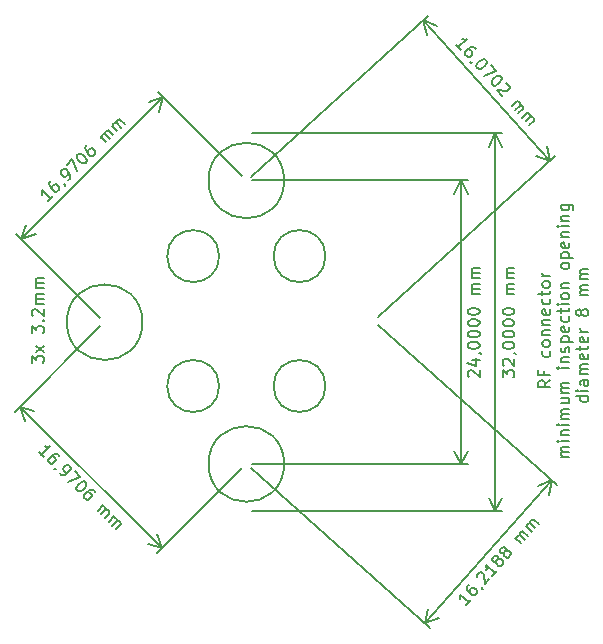
<source format=gbr>
G04 #@! TF.GenerationSoftware,KiCad,Pcbnew,5.99.0-unknown-b32c2a6c9~106~ubuntu18.04.1*
G04 #@! TF.CreationDate,2020-11-24T15:56:37+01:00*
G04 #@! TF.ProjectId,QFHBAL01,51464842-414c-4303-912e-6b696361645f,rev?*
G04 #@! TF.SameCoordinates,Original*
G04 #@! TF.FileFunction,Other,Comment*
%FSLAX46Y46*%
G04 Gerber Fmt 4.6, Leading zero omitted, Abs format (unit mm)*
G04 Created by KiCad (PCBNEW 5.99.0-unknown-b32c2a6c9~106~ubuntu18.04.1) date 2020-11-24 15:56:37*
%MOMM*%
%LPD*%
G01*
G04 APERTURE LIST*
%ADD10C,0.150000*%
G04 APERTURE END LIST*
D10*
X175727980Y-94919276D02*
X175251790Y-95252609D01*
X175727980Y-95490704D02*
X174727980Y-95490704D01*
X174727980Y-95109752D01*
X174775600Y-95014514D01*
X174823219Y-94966895D01*
X174918457Y-94919276D01*
X175061314Y-94919276D01*
X175156552Y-94966895D01*
X175204171Y-95014514D01*
X175251790Y-95109752D01*
X175251790Y-95490704D01*
X175204171Y-94157371D02*
X175204171Y-94490704D01*
X175727980Y-94490704D02*
X174727980Y-94490704D01*
X174727980Y-94014514D01*
X175680361Y-92443085D02*
X175727980Y-92538323D01*
X175727980Y-92728800D01*
X175680361Y-92824038D01*
X175632742Y-92871657D01*
X175537504Y-92919276D01*
X175251790Y-92919276D01*
X175156552Y-92871657D01*
X175108933Y-92824038D01*
X175061314Y-92728800D01*
X175061314Y-92538323D01*
X175108933Y-92443085D01*
X175727980Y-91871657D02*
X175680361Y-91966895D01*
X175632742Y-92014514D01*
X175537504Y-92062133D01*
X175251790Y-92062133D01*
X175156552Y-92014514D01*
X175108933Y-91966895D01*
X175061314Y-91871657D01*
X175061314Y-91728800D01*
X175108933Y-91633561D01*
X175156552Y-91585942D01*
X175251790Y-91538323D01*
X175537504Y-91538323D01*
X175632742Y-91585942D01*
X175680361Y-91633561D01*
X175727980Y-91728800D01*
X175727980Y-91871657D01*
X175061314Y-91109752D02*
X175727980Y-91109752D01*
X175156552Y-91109752D02*
X175108933Y-91062133D01*
X175061314Y-90966895D01*
X175061314Y-90824038D01*
X175108933Y-90728800D01*
X175204171Y-90681180D01*
X175727980Y-90681180D01*
X175061314Y-90204990D02*
X175727980Y-90204990D01*
X175156552Y-90204990D02*
X175108933Y-90157371D01*
X175061314Y-90062133D01*
X175061314Y-89919276D01*
X175108933Y-89824038D01*
X175204171Y-89776419D01*
X175727980Y-89776419D01*
X175680361Y-88919276D02*
X175727980Y-89014514D01*
X175727980Y-89204990D01*
X175680361Y-89300228D01*
X175585123Y-89347847D01*
X175204171Y-89347847D01*
X175108933Y-89300228D01*
X175061314Y-89204990D01*
X175061314Y-89014514D01*
X175108933Y-88919276D01*
X175204171Y-88871657D01*
X175299409Y-88871657D01*
X175394647Y-89347847D01*
X175680361Y-88014514D02*
X175727980Y-88109752D01*
X175727980Y-88300228D01*
X175680361Y-88395466D01*
X175632742Y-88443085D01*
X175537504Y-88490704D01*
X175251790Y-88490704D01*
X175156552Y-88443085D01*
X175108933Y-88395466D01*
X175061314Y-88300228D01*
X175061314Y-88109752D01*
X175108933Y-88014514D01*
X175061314Y-87728800D02*
X175061314Y-87347847D01*
X174727980Y-87585942D02*
X175585123Y-87585942D01*
X175680361Y-87538323D01*
X175727980Y-87443085D01*
X175727980Y-87347847D01*
X175727980Y-86871657D02*
X175680361Y-86966895D01*
X175632742Y-87014514D01*
X175537504Y-87062133D01*
X175251790Y-87062133D01*
X175156552Y-87014514D01*
X175108933Y-86966895D01*
X175061314Y-86871657D01*
X175061314Y-86728800D01*
X175108933Y-86633561D01*
X175156552Y-86585942D01*
X175251790Y-86538323D01*
X175537504Y-86538323D01*
X175632742Y-86585942D01*
X175680361Y-86633561D01*
X175727980Y-86728800D01*
X175727980Y-86871657D01*
X175727980Y-86109752D02*
X175061314Y-86109752D01*
X175251790Y-86109752D02*
X175156552Y-86062133D01*
X175108933Y-86014514D01*
X175061314Y-85919276D01*
X175061314Y-85824038D01*
X177337980Y-101395466D02*
X176671314Y-101395466D01*
X176766552Y-101395466D02*
X176718933Y-101347847D01*
X176671314Y-101252609D01*
X176671314Y-101109752D01*
X176718933Y-101014514D01*
X176814171Y-100966895D01*
X177337980Y-100966895D01*
X176814171Y-100966895D02*
X176718933Y-100919276D01*
X176671314Y-100824038D01*
X176671314Y-100681180D01*
X176718933Y-100585942D01*
X176814171Y-100538323D01*
X177337980Y-100538323D01*
X177337980Y-100062133D02*
X176671314Y-100062133D01*
X176337980Y-100062133D02*
X176385600Y-100109752D01*
X176433219Y-100062133D01*
X176385600Y-100014514D01*
X176337980Y-100062133D01*
X176433219Y-100062133D01*
X176671314Y-99585942D02*
X177337980Y-99585942D01*
X176766552Y-99585942D02*
X176718933Y-99538323D01*
X176671314Y-99443085D01*
X176671314Y-99300228D01*
X176718933Y-99204990D01*
X176814171Y-99157371D01*
X177337980Y-99157371D01*
X177337980Y-98681180D02*
X176671314Y-98681180D01*
X176337980Y-98681180D02*
X176385600Y-98728800D01*
X176433219Y-98681180D01*
X176385600Y-98633561D01*
X176337980Y-98681180D01*
X176433219Y-98681180D01*
X177337980Y-98204990D02*
X176671314Y-98204990D01*
X176766552Y-98204990D02*
X176718933Y-98157371D01*
X176671314Y-98062133D01*
X176671314Y-97919276D01*
X176718933Y-97824038D01*
X176814171Y-97776419D01*
X177337980Y-97776419D01*
X176814171Y-97776419D02*
X176718933Y-97728800D01*
X176671314Y-97633561D01*
X176671314Y-97490704D01*
X176718933Y-97395466D01*
X176814171Y-97347847D01*
X177337980Y-97347847D01*
X176671314Y-96443085D02*
X177337980Y-96443085D01*
X176671314Y-96871657D02*
X177195123Y-96871657D01*
X177290361Y-96824038D01*
X177337980Y-96728800D01*
X177337980Y-96585942D01*
X177290361Y-96490704D01*
X177242742Y-96443085D01*
X177337980Y-95966895D02*
X176671314Y-95966895D01*
X176766552Y-95966895D02*
X176718933Y-95919276D01*
X176671314Y-95824038D01*
X176671314Y-95681180D01*
X176718933Y-95585942D01*
X176814171Y-95538323D01*
X177337980Y-95538323D01*
X176814171Y-95538323D02*
X176718933Y-95490704D01*
X176671314Y-95395466D01*
X176671314Y-95252609D01*
X176718933Y-95157371D01*
X176814171Y-95109752D01*
X177337980Y-95109752D01*
X177337980Y-93871657D02*
X176671314Y-93871657D01*
X176337980Y-93871657D02*
X176385600Y-93919276D01*
X176433219Y-93871657D01*
X176385600Y-93824038D01*
X176337980Y-93871657D01*
X176433219Y-93871657D01*
X176671314Y-93395466D02*
X177337980Y-93395466D01*
X176766552Y-93395466D02*
X176718933Y-93347847D01*
X176671314Y-93252609D01*
X176671314Y-93109752D01*
X176718933Y-93014514D01*
X176814171Y-92966895D01*
X177337980Y-92966895D01*
X177290361Y-92538323D02*
X177337980Y-92443085D01*
X177337980Y-92252609D01*
X177290361Y-92157371D01*
X177195123Y-92109752D01*
X177147504Y-92109752D01*
X177052266Y-92157371D01*
X177004647Y-92252609D01*
X177004647Y-92395466D01*
X176957028Y-92490704D01*
X176861790Y-92538323D01*
X176814171Y-92538323D01*
X176718933Y-92490704D01*
X176671314Y-92395466D01*
X176671314Y-92252609D01*
X176718933Y-92157371D01*
X176671314Y-91681180D02*
X177671314Y-91681180D01*
X176718933Y-91681180D02*
X176671314Y-91585942D01*
X176671314Y-91395466D01*
X176718933Y-91300228D01*
X176766552Y-91252609D01*
X176861790Y-91204990D01*
X177147504Y-91204990D01*
X177242742Y-91252609D01*
X177290361Y-91300228D01*
X177337980Y-91395466D01*
X177337980Y-91585942D01*
X177290361Y-91681180D01*
X177290361Y-90395466D02*
X177337980Y-90490704D01*
X177337980Y-90681180D01*
X177290361Y-90776419D01*
X177195123Y-90824038D01*
X176814171Y-90824038D01*
X176718933Y-90776419D01*
X176671314Y-90681180D01*
X176671314Y-90490704D01*
X176718933Y-90395466D01*
X176814171Y-90347847D01*
X176909409Y-90347847D01*
X177004647Y-90824038D01*
X177290361Y-89490704D02*
X177337980Y-89585942D01*
X177337980Y-89776419D01*
X177290361Y-89871657D01*
X177242742Y-89919276D01*
X177147504Y-89966895D01*
X176861790Y-89966895D01*
X176766552Y-89919276D01*
X176718933Y-89871657D01*
X176671314Y-89776419D01*
X176671314Y-89585942D01*
X176718933Y-89490704D01*
X176671314Y-89204990D02*
X176671314Y-88824038D01*
X176337980Y-89062133D02*
X177195123Y-89062133D01*
X177290361Y-89014514D01*
X177337980Y-88919276D01*
X177337980Y-88824038D01*
X177337980Y-88490704D02*
X176671314Y-88490704D01*
X176337980Y-88490704D02*
X176385600Y-88538323D01*
X176433219Y-88490704D01*
X176385600Y-88443085D01*
X176337980Y-88490704D01*
X176433219Y-88490704D01*
X177337980Y-87871657D02*
X177290361Y-87966895D01*
X177242742Y-88014514D01*
X177147504Y-88062133D01*
X176861790Y-88062133D01*
X176766552Y-88014514D01*
X176718933Y-87966895D01*
X176671314Y-87871657D01*
X176671314Y-87728800D01*
X176718933Y-87633561D01*
X176766552Y-87585942D01*
X176861790Y-87538323D01*
X177147504Y-87538323D01*
X177242742Y-87585942D01*
X177290361Y-87633561D01*
X177337980Y-87728800D01*
X177337980Y-87871657D01*
X176671314Y-87109752D02*
X177337980Y-87109752D01*
X176766552Y-87109752D02*
X176718933Y-87062133D01*
X176671314Y-86966895D01*
X176671314Y-86824038D01*
X176718933Y-86728800D01*
X176814171Y-86681180D01*
X177337980Y-86681180D01*
X177337980Y-85300228D02*
X177290361Y-85395466D01*
X177242742Y-85443085D01*
X177147504Y-85490704D01*
X176861790Y-85490704D01*
X176766552Y-85443085D01*
X176718933Y-85395466D01*
X176671314Y-85300228D01*
X176671314Y-85157371D01*
X176718933Y-85062133D01*
X176766552Y-85014514D01*
X176861790Y-84966895D01*
X177147504Y-84966895D01*
X177242742Y-85014514D01*
X177290361Y-85062133D01*
X177337980Y-85157371D01*
X177337980Y-85300228D01*
X176671314Y-84538323D02*
X177671314Y-84538323D01*
X176718933Y-84538323D02*
X176671314Y-84443085D01*
X176671314Y-84252609D01*
X176718933Y-84157371D01*
X176766552Y-84109752D01*
X176861790Y-84062133D01*
X177147504Y-84062133D01*
X177242742Y-84109752D01*
X177290361Y-84157371D01*
X177337980Y-84252609D01*
X177337980Y-84443085D01*
X177290361Y-84538323D01*
X177290361Y-83252609D02*
X177337980Y-83347847D01*
X177337980Y-83538323D01*
X177290361Y-83633561D01*
X177195123Y-83681180D01*
X176814171Y-83681180D01*
X176718933Y-83633561D01*
X176671314Y-83538323D01*
X176671314Y-83347847D01*
X176718933Y-83252609D01*
X176814171Y-83204990D01*
X176909409Y-83204990D01*
X177004647Y-83681180D01*
X176671314Y-82776419D02*
X177337980Y-82776419D01*
X176766552Y-82776419D02*
X176718933Y-82728800D01*
X176671314Y-82633561D01*
X176671314Y-82490704D01*
X176718933Y-82395466D01*
X176814171Y-82347847D01*
X177337980Y-82347847D01*
X177337980Y-81871657D02*
X176671314Y-81871657D01*
X176337980Y-81871657D02*
X176385600Y-81919276D01*
X176433219Y-81871657D01*
X176385600Y-81824038D01*
X176337980Y-81871657D01*
X176433219Y-81871657D01*
X176671314Y-81395466D02*
X177337980Y-81395466D01*
X176766552Y-81395466D02*
X176718933Y-81347847D01*
X176671314Y-81252609D01*
X176671314Y-81109752D01*
X176718933Y-81014514D01*
X176814171Y-80966895D01*
X177337980Y-80966895D01*
X176671314Y-80062133D02*
X177480838Y-80062133D01*
X177576076Y-80109752D01*
X177623695Y-80157371D01*
X177671314Y-80252609D01*
X177671314Y-80395466D01*
X177623695Y-80490704D01*
X177290361Y-80062133D02*
X177337980Y-80157371D01*
X177337980Y-80347847D01*
X177290361Y-80443085D01*
X177242742Y-80490704D01*
X177147504Y-80538323D01*
X176861790Y-80538323D01*
X176766552Y-80490704D01*
X176718933Y-80443085D01*
X176671314Y-80347847D01*
X176671314Y-80157371D01*
X176718933Y-80062133D01*
X178947980Y-96276419D02*
X177947980Y-96276419D01*
X178900361Y-96276419D02*
X178947980Y-96371657D01*
X178947980Y-96562133D01*
X178900361Y-96657371D01*
X178852742Y-96704990D01*
X178757504Y-96752609D01*
X178471790Y-96752609D01*
X178376552Y-96704990D01*
X178328933Y-96657371D01*
X178281314Y-96562133D01*
X178281314Y-96371657D01*
X178328933Y-96276419D01*
X178947980Y-95800228D02*
X178281314Y-95800228D01*
X177947980Y-95800228D02*
X177995600Y-95847847D01*
X178043219Y-95800228D01*
X177995600Y-95752609D01*
X177947980Y-95800228D01*
X178043219Y-95800228D01*
X178947980Y-94895466D02*
X178424171Y-94895466D01*
X178328933Y-94943085D01*
X178281314Y-95038323D01*
X178281314Y-95228800D01*
X178328933Y-95324038D01*
X178900361Y-94895466D02*
X178947980Y-94990704D01*
X178947980Y-95228800D01*
X178900361Y-95324038D01*
X178805123Y-95371657D01*
X178709885Y-95371657D01*
X178614647Y-95324038D01*
X178567028Y-95228800D01*
X178567028Y-94990704D01*
X178519409Y-94895466D01*
X178947980Y-94419276D02*
X178281314Y-94419276D01*
X178376552Y-94419276D02*
X178328933Y-94371657D01*
X178281314Y-94276419D01*
X178281314Y-94133561D01*
X178328933Y-94038323D01*
X178424171Y-93990704D01*
X178947980Y-93990704D01*
X178424171Y-93990704D02*
X178328933Y-93943085D01*
X178281314Y-93847847D01*
X178281314Y-93704990D01*
X178328933Y-93609752D01*
X178424171Y-93562133D01*
X178947980Y-93562133D01*
X178900361Y-92704990D02*
X178947980Y-92800228D01*
X178947980Y-92990704D01*
X178900361Y-93085942D01*
X178805123Y-93133561D01*
X178424171Y-93133561D01*
X178328933Y-93085942D01*
X178281314Y-92990704D01*
X178281314Y-92800228D01*
X178328933Y-92704990D01*
X178424171Y-92657371D01*
X178519409Y-92657371D01*
X178614647Y-93133561D01*
X178281314Y-92371657D02*
X178281314Y-91990704D01*
X177947980Y-92228800D02*
X178805123Y-92228800D01*
X178900361Y-92181180D01*
X178947980Y-92085942D01*
X178947980Y-91990704D01*
X178900361Y-91276419D02*
X178947980Y-91371657D01*
X178947980Y-91562133D01*
X178900361Y-91657371D01*
X178805123Y-91704990D01*
X178424171Y-91704990D01*
X178328933Y-91657371D01*
X178281314Y-91562133D01*
X178281314Y-91371657D01*
X178328933Y-91276419D01*
X178424171Y-91228800D01*
X178519409Y-91228800D01*
X178614647Y-91704990D01*
X178947980Y-90800228D02*
X178281314Y-90800228D01*
X178471790Y-90800228D02*
X178376552Y-90752609D01*
X178328933Y-90704990D01*
X178281314Y-90609752D01*
X178281314Y-90514514D01*
X178376552Y-89276419D02*
X178328933Y-89371657D01*
X178281314Y-89419276D01*
X178186076Y-89466895D01*
X178138457Y-89466895D01*
X178043219Y-89419276D01*
X177995600Y-89371657D01*
X177947980Y-89276419D01*
X177947980Y-89085942D01*
X177995600Y-88990704D01*
X178043219Y-88943085D01*
X178138457Y-88895466D01*
X178186076Y-88895466D01*
X178281314Y-88943085D01*
X178328933Y-88990704D01*
X178376552Y-89085942D01*
X178376552Y-89276419D01*
X178424171Y-89371657D01*
X178471790Y-89419276D01*
X178567028Y-89466895D01*
X178757504Y-89466895D01*
X178852742Y-89419276D01*
X178900361Y-89371657D01*
X178947980Y-89276419D01*
X178947980Y-89085942D01*
X178900361Y-88990704D01*
X178852742Y-88943085D01*
X178757504Y-88895466D01*
X178567028Y-88895466D01*
X178471790Y-88943085D01*
X178424171Y-88990704D01*
X178376552Y-89085942D01*
X178947980Y-87704990D02*
X178281314Y-87704990D01*
X178376552Y-87704990D02*
X178328933Y-87657371D01*
X178281314Y-87562133D01*
X178281314Y-87419276D01*
X178328933Y-87324038D01*
X178424171Y-87276419D01*
X178947980Y-87276419D01*
X178424171Y-87276419D02*
X178328933Y-87228800D01*
X178281314Y-87133561D01*
X178281314Y-86990704D01*
X178328933Y-86895466D01*
X178424171Y-86847847D01*
X178947980Y-86847847D01*
X178947980Y-86371657D02*
X178281314Y-86371657D01*
X178376552Y-86371657D02*
X178328933Y-86324038D01*
X178281314Y-86228800D01*
X178281314Y-86085942D01*
X178328933Y-85990704D01*
X178424171Y-85943085D01*
X178947980Y-85943085D01*
X178424171Y-85943085D02*
X178328933Y-85895466D01*
X178281314Y-85800228D01*
X178281314Y-85657371D01*
X178328933Y-85562133D01*
X178424171Y-85514514D01*
X178947980Y-85514514D01*
X168135991Y-66925244D02*
X167751961Y-66502099D01*
X167943976Y-66713671D02*
X168684479Y-66041618D01*
X168514688Y-66067102D01*
X168380159Y-66060583D01*
X168280891Y-66022061D01*
X169452540Y-66887907D02*
X169324529Y-66746859D01*
X169225262Y-66708338D01*
X169157998Y-66705078D01*
X168988207Y-66730562D01*
X168815156Y-66823310D01*
X168533060Y-67079330D01*
X168494538Y-67178597D01*
X168491278Y-67245862D01*
X168520021Y-67348388D01*
X168648032Y-67489436D01*
X168747299Y-67527958D01*
X168814563Y-67531217D01*
X168917090Y-67502474D01*
X169093400Y-67342462D01*
X169131922Y-67243195D01*
X169135181Y-67175930D01*
X169106438Y-67073404D01*
X168978428Y-66932355D01*
X168879161Y-66893834D01*
X168811896Y-66890574D01*
X168709370Y-66919317D01*
X169131329Y-67951102D02*
X169096067Y-67983105D01*
X168993540Y-68011848D01*
X168926276Y-68008589D01*
X170252603Y-67769459D02*
X170316608Y-67839983D01*
X170345351Y-67942509D01*
X170342091Y-68009774D01*
X170303570Y-68109041D01*
X170194524Y-68272313D01*
X170018214Y-68432326D01*
X169845163Y-68525074D01*
X169742637Y-68553817D01*
X169675372Y-68550557D01*
X169576105Y-68512036D01*
X169512100Y-68441512D01*
X169483357Y-68338985D01*
X169486616Y-68271720D01*
X169525138Y-68172453D01*
X169634184Y-68009181D01*
X169810494Y-67849169D01*
X169983545Y-67756420D01*
X170086071Y-67727677D01*
X170153336Y-67730937D01*
X170252603Y-67769459D01*
X170700638Y-68263127D02*
X171148674Y-68756796D01*
X170120148Y-69111490D01*
X171532704Y-69179940D02*
X171596709Y-69250464D01*
X171625452Y-69352991D01*
X171622193Y-69420256D01*
X171583671Y-69519523D01*
X171474625Y-69682795D01*
X171298315Y-69842808D01*
X171125264Y-69935556D01*
X171022738Y-69964299D01*
X170955473Y-69961039D01*
X170856206Y-69922518D01*
X170792201Y-69851993D01*
X170763458Y-69749467D01*
X170766718Y-69682202D01*
X170805239Y-69582935D01*
X170914285Y-69419663D01*
X171090595Y-69259650D01*
X171263646Y-69166902D01*
X171366172Y-69138159D01*
X171433437Y-69141419D01*
X171532704Y-69179940D01*
X171942218Y-69772876D02*
X172009482Y-69776136D01*
X172108749Y-69814657D01*
X172268762Y-69990967D01*
X172297505Y-70093494D01*
X172294246Y-70160759D01*
X172255724Y-70260026D01*
X172185200Y-70324031D01*
X172047411Y-70384776D01*
X171240236Y-70345662D01*
X171656269Y-70804069D01*
X172456333Y-71685620D02*
X172950001Y-71237584D01*
X172879477Y-71301589D02*
X172946742Y-71304849D01*
X173046009Y-71343371D01*
X173142016Y-71449157D01*
X173170759Y-71551683D01*
X173132238Y-71650950D01*
X172744355Y-72002978D01*
X173132238Y-71650950D02*
X173234764Y-71622207D01*
X173334031Y-71660729D01*
X173430039Y-71766515D01*
X173458782Y-71869042D01*
X173420261Y-71968309D01*
X173032378Y-72320337D01*
X173352403Y-72672957D02*
X173846072Y-72224922D01*
X173775548Y-72288927D02*
X173842812Y-72292186D01*
X173942080Y-72330708D01*
X174038087Y-72436494D01*
X174066830Y-72539021D01*
X174028309Y-72638288D01*
X173640426Y-72990315D01*
X174028309Y-72638288D02*
X174130835Y-72609545D01*
X174230102Y-72648066D01*
X174326110Y-72753852D01*
X174354853Y-72856379D01*
X174316331Y-72955646D01*
X173928449Y-73307674D01*
X161170251Y-89563974D02*
X176173863Y-75947251D01*
X150370251Y-77663974D02*
X165373863Y-64047251D01*
X175739618Y-76341355D02*
X164939618Y-64441355D01*
X175739618Y-76341355D02*
X164939618Y-64441355D01*
X175739618Y-76341355D02*
X175416794Y-75113070D01*
X175739618Y-76341355D02*
X174548302Y-75901282D01*
X164939618Y-64441355D02*
X165262442Y-65669640D01*
X164939618Y-64441355D02*
X166130934Y-64881428D01*
X169000462Y-113514676D02*
X168619951Y-113940989D01*
X168810207Y-113727832D02*
X168064160Y-113061939D01*
X168107319Y-113228119D01*
X168114953Y-113362589D01*
X168087061Y-113465351D01*
X168825180Y-112209314D02*
X168698344Y-112351418D01*
X168670451Y-112454180D01*
X168674268Y-112521415D01*
X168717428Y-112687594D01*
X168827823Y-112849957D01*
X169112031Y-113103631D01*
X169214793Y-113131523D01*
X169282028Y-113127706D01*
X169380972Y-113088364D01*
X169507809Y-112946259D01*
X169535701Y-112843498D01*
X169531885Y-112776263D01*
X169492542Y-112677318D01*
X169314911Y-112518772D01*
X169212150Y-112490880D01*
X169144915Y-112494697D01*
X169045970Y-112534040D01*
X168919134Y-112676144D01*
X168891241Y-112778905D01*
X168895058Y-112846140D01*
X168934401Y-112945085D01*
X169916212Y-112417185D02*
X169951738Y-112448895D01*
X169991081Y-112547839D01*
X169994898Y-112615074D01*
X169530417Y-111562211D02*
X169526600Y-111494976D01*
X169554492Y-111392215D01*
X169713038Y-111214585D01*
X169811983Y-111175242D01*
X169879218Y-111171425D01*
X169981979Y-111199317D01*
X170053031Y-111262736D01*
X170127900Y-111393389D01*
X170173702Y-112200212D01*
X170585922Y-111738374D01*
X171220106Y-111027853D02*
X170839596Y-111454165D01*
X171029851Y-111241009D02*
X170283804Y-110575116D01*
X170326963Y-110741295D01*
X170334597Y-110875766D01*
X170306705Y-110978527D01*
X171174304Y-110221030D02*
X171075359Y-110260373D01*
X171008124Y-110264189D01*
X170905363Y-110236297D01*
X170869837Y-110204588D01*
X170830494Y-110105643D01*
X170826677Y-110038408D01*
X170854569Y-109935647D01*
X170981406Y-109793543D01*
X171080351Y-109754200D01*
X171147586Y-109750383D01*
X171250347Y-109778275D01*
X171285873Y-109809984D01*
X171325216Y-109908929D01*
X171329033Y-109976164D01*
X171301141Y-110078925D01*
X171174304Y-110221030D01*
X171146411Y-110323791D01*
X171150228Y-110391026D01*
X171189571Y-110489971D01*
X171331675Y-110616807D01*
X171434437Y-110644700D01*
X171501672Y-110640883D01*
X171600616Y-110601540D01*
X171727453Y-110459436D01*
X171755346Y-110356675D01*
X171751529Y-110289439D01*
X171712186Y-110190495D01*
X171570082Y-110063658D01*
X171467320Y-110035766D01*
X171400085Y-110039583D01*
X171301141Y-110078925D01*
X171808488Y-109510509D02*
X171709543Y-109549852D01*
X171642308Y-109553668D01*
X171539547Y-109525776D01*
X171504021Y-109494067D01*
X171464678Y-109395122D01*
X171460861Y-109327887D01*
X171488753Y-109225126D01*
X171615590Y-109083022D01*
X171714535Y-109043679D01*
X171781770Y-109039862D01*
X171884531Y-109067754D01*
X171920057Y-109099463D01*
X171959400Y-109198408D01*
X171963217Y-109265643D01*
X171935325Y-109368404D01*
X171808488Y-109510509D01*
X171780595Y-109613270D01*
X171784412Y-109680505D01*
X171823755Y-109779450D01*
X171965859Y-109906286D01*
X172068621Y-109934179D01*
X172135856Y-109930362D01*
X172234800Y-109891019D01*
X172361637Y-109748915D01*
X172389530Y-109646154D01*
X172385713Y-109578918D01*
X172346370Y-109479974D01*
X172204266Y-109353137D01*
X172101504Y-109325245D01*
X172034269Y-109329062D01*
X171935325Y-109368404D01*
X173281204Y-108718659D02*
X172783839Y-108274731D01*
X172854891Y-108338149D02*
X172851075Y-108270914D01*
X172878967Y-108168152D01*
X172974095Y-108061574D01*
X173073039Y-108022231D01*
X173175800Y-108050124D01*
X173566587Y-108398925D01*
X173175800Y-108050124D02*
X173136457Y-107951179D01*
X173164350Y-107848418D01*
X173259477Y-107741840D01*
X173358422Y-107702497D01*
X173461183Y-107730389D01*
X173851970Y-108079191D01*
X174169062Y-107723930D02*
X173671697Y-107280001D01*
X173742749Y-107343420D02*
X173738932Y-107276184D01*
X173766825Y-107173423D01*
X173861952Y-107066845D01*
X173960897Y-107027502D01*
X174063658Y-107055394D01*
X174454445Y-107404196D01*
X174063658Y-107055394D02*
X174024315Y-106956450D01*
X174052207Y-106853689D01*
X174147335Y-106747110D01*
X174246279Y-106707768D01*
X174349041Y-106735660D01*
X174739827Y-107084461D01*
X150373023Y-102332946D02*
X165537790Y-115868440D01*
X161173023Y-90232946D02*
X176337790Y-103768440D01*
X165100293Y-115477948D02*
X175900293Y-103377948D01*
X165100293Y-115477948D02*
X175900293Y-103377948D01*
X165100293Y-115477948D02*
X166287921Y-115028017D01*
X165100293Y-115477948D02*
X165412926Y-114247030D01*
X175900293Y-103377948D02*
X174712665Y-103827879D01*
X175900293Y-103377948D02*
X175587660Y-104608866D01*
X131837180Y-93457257D02*
X131837180Y-92838209D01*
X132218133Y-93171542D01*
X132218133Y-93028685D01*
X132265752Y-92933447D01*
X132313371Y-92885828D01*
X132408609Y-92838209D01*
X132646704Y-92838209D01*
X132741942Y-92885828D01*
X132789561Y-92933447D01*
X132837180Y-93028685D01*
X132837180Y-93314400D01*
X132789561Y-93409638D01*
X132741942Y-93457257D01*
X132837180Y-92504876D02*
X132170514Y-91981066D01*
X132170514Y-92504876D02*
X132837180Y-91981066D01*
X131837180Y-90933447D02*
X131837180Y-90314400D01*
X132218133Y-90647733D01*
X132218133Y-90504876D01*
X132265752Y-90409638D01*
X132313371Y-90362019D01*
X132408609Y-90314400D01*
X132646704Y-90314400D01*
X132741942Y-90362019D01*
X132789561Y-90409638D01*
X132837180Y-90504876D01*
X132837180Y-90790590D01*
X132789561Y-90885828D01*
X132741942Y-90933447D01*
X132741942Y-89885828D02*
X132789561Y-89838209D01*
X132837180Y-89885828D01*
X132789561Y-89933447D01*
X132741942Y-89885828D01*
X132837180Y-89885828D01*
X131932419Y-89457257D02*
X131884800Y-89409638D01*
X131837180Y-89314400D01*
X131837180Y-89076304D01*
X131884800Y-88981066D01*
X131932419Y-88933447D01*
X132027657Y-88885828D01*
X132122895Y-88885828D01*
X132265752Y-88933447D01*
X132837180Y-89504876D01*
X132837180Y-88885828D01*
X132837180Y-88457257D02*
X132170514Y-88457257D01*
X132265752Y-88457257D02*
X132218133Y-88409638D01*
X132170514Y-88314400D01*
X132170514Y-88171542D01*
X132218133Y-88076304D01*
X132313371Y-88028685D01*
X132837180Y-88028685D01*
X132313371Y-88028685D02*
X132218133Y-87981066D01*
X132170514Y-87885828D01*
X132170514Y-87742971D01*
X132218133Y-87647733D01*
X132313371Y-87600114D01*
X132837180Y-87600114D01*
X132837180Y-87123923D02*
X132170514Y-87123923D01*
X132265752Y-87123923D02*
X132218133Y-87076304D01*
X132170514Y-86981066D01*
X132170514Y-86838209D01*
X132218133Y-86742971D01*
X132313371Y-86695352D01*
X132837180Y-86695352D01*
X132313371Y-86695352D02*
X132218133Y-86647733D01*
X132170514Y-86552495D01*
X132170514Y-86409638D01*
X132218133Y-86314400D01*
X132313371Y-86266780D01*
X132837180Y-86266780D01*
X168845619Y-94619047D02*
X168798000Y-94571428D01*
X168750380Y-94476190D01*
X168750380Y-94238095D01*
X168798000Y-94142857D01*
X168845619Y-94095238D01*
X168940857Y-94047619D01*
X169036095Y-94047619D01*
X169178952Y-94095238D01*
X169750380Y-94666666D01*
X169750380Y-94047619D01*
X169083714Y-93190476D02*
X169750380Y-93190476D01*
X168702761Y-93428571D02*
X169417047Y-93666666D01*
X169417047Y-93047619D01*
X169702761Y-92619047D02*
X169750380Y-92619047D01*
X169845619Y-92666666D01*
X169893238Y-92714285D01*
X168750380Y-92000000D02*
X168750380Y-91904761D01*
X168798000Y-91809523D01*
X168845619Y-91761904D01*
X168940857Y-91714285D01*
X169131333Y-91666666D01*
X169369428Y-91666666D01*
X169559904Y-91714285D01*
X169655142Y-91761904D01*
X169702761Y-91809523D01*
X169750380Y-91904761D01*
X169750380Y-92000000D01*
X169702761Y-92095238D01*
X169655142Y-92142857D01*
X169559904Y-92190476D01*
X169369428Y-92238095D01*
X169131333Y-92238095D01*
X168940857Y-92190476D01*
X168845619Y-92142857D01*
X168798000Y-92095238D01*
X168750380Y-92000000D01*
X168750380Y-91047619D02*
X168750380Y-90952380D01*
X168798000Y-90857142D01*
X168845619Y-90809523D01*
X168940857Y-90761904D01*
X169131333Y-90714285D01*
X169369428Y-90714285D01*
X169559904Y-90761904D01*
X169655142Y-90809523D01*
X169702761Y-90857142D01*
X169750380Y-90952380D01*
X169750380Y-91047619D01*
X169702761Y-91142857D01*
X169655142Y-91190476D01*
X169559904Y-91238095D01*
X169369428Y-91285714D01*
X169131333Y-91285714D01*
X168940857Y-91238095D01*
X168845619Y-91190476D01*
X168798000Y-91142857D01*
X168750380Y-91047619D01*
X168750380Y-90095238D02*
X168750380Y-90000000D01*
X168798000Y-89904761D01*
X168845619Y-89857142D01*
X168940857Y-89809523D01*
X169131333Y-89761904D01*
X169369428Y-89761904D01*
X169559904Y-89809523D01*
X169655142Y-89857142D01*
X169702761Y-89904761D01*
X169750380Y-90000000D01*
X169750380Y-90095238D01*
X169702761Y-90190476D01*
X169655142Y-90238095D01*
X169559904Y-90285714D01*
X169369428Y-90333333D01*
X169131333Y-90333333D01*
X168940857Y-90285714D01*
X168845619Y-90238095D01*
X168798000Y-90190476D01*
X168750380Y-90095238D01*
X168750380Y-89142857D02*
X168750380Y-89047619D01*
X168798000Y-88952380D01*
X168845619Y-88904761D01*
X168940857Y-88857142D01*
X169131333Y-88809523D01*
X169369428Y-88809523D01*
X169559904Y-88857142D01*
X169655142Y-88904761D01*
X169702761Y-88952380D01*
X169750380Y-89047619D01*
X169750380Y-89142857D01*
X169702761Y-89238095D01*
X169655142Y-89285714D01*
X169559904Y-89333333D01*
X169369428Y-89380952D01*
X169131333Y-89380952D01*
X168940857Y-89333333D01*
X168845619Y-89285714D01*
X168798000Y-89238095D01*
X168750380Y-89142857D01*
X169750380Y-87619047D02*
X169083714Y-87619047D01*
X169178952Y-87619047D02*
X169131333Y-87571428D01*
X169083714Y-87476190D01*
X169083714Y-87333333D01*
X169131333Y-87238095D01*
X169226571Y-87190476D01*
X169750380Y-87190476D01*
X169226571Y-87190476D02*
X169131333Y-87142857D01*
X169083714Y-87047619D01*
X169083714Y-86904761D01*
X169131333Y-86809523D01*
X169226571Y-86761904D01*
X169750380Y-86761904D01*
X169750380Y-86285714D02*
X169083714Y-86285714D01*
X169178952Y-86285714D02*
X169131333Y-86238095D01*
X169083714Y-86142857D01*
X169083714Y-86000000D01*
X169131333Y-85904761D01*
X169226571Y-85857142D01*
X169750380Y-85857142D01*
X169226571Y-85857142D02*
X169131333Y-85809523D01*
X169083714Y-85714285D01*
X169083714Y-85571428D01*
X169131333Y-85476190D01*
X169226571Y-85428571D01*
X169750380Y-85428571D01*
X150500000Y-102000000D02*
X168734420Y-102000000D01*
X150500000Y-78000000D02*
X168734420Y-78000000D01*
X168148000Y-102000000D02*
X168148000Y-78000000D01*
X168148000Y-102000000D02*
X168148000Y-78000000D01*
X168148000Y-102000000D02*
X168734420Y-100873497D01*
X168148000Y-102000000D02*
X167561580Y-100873497D01*
X168148000Y-78000000D02*
X167561580Y-79126503D01*
X168148000Y-78000000D02*
X168734420Y-79126503D01*
X171696780Y-94666666D02*
X171696780Y-94047619D01*
X172077733Y-94380952D01*
X172077733Y-94238095D01*
X172125352Y-94142857D01*
X172172971Y-94095238D01*
X172268209Y-94047619D01*
X172506304Y-94047619D01*
X172601542Y-94095238D01*
X172649161Y-94142857D01*
X172696780Y-94238095D01*
X172696780Y-94523809D01*
X172649161Y-94619047D01*
X172601542Y-94666666D01*
X171792019Y-93666666D02*
X171744400Y-93619047D01*
X171696780Y-93523809D01*
X171696780Y-93285714D01*
X171744400Y-93190476D01*
X171792019Y-93142857D01*
X171887257Y-93095238D01*
X171982495Y-93095238D01*
X172125352Y-93142857D01*
X172696780Y-93714285D01*
X172696780Y-93095238D01*
X172649161Y-92619047D02*
X172696780Y-92619047D01*
X172792019Y-92666666D01*
X172839638Y-92714285D01*
X171696780Y-92000000D02*
X171696780Y-91904761D01*
X171744400Y-91809523D01*
X171792019Y-91761904D01*
X171887257Y-91714285D01*
X172077733Y-91666666D01*
X172315828Y-91666666D01*
X172506304Y-91714285D01*
X172601542Y-91761904D01*
X172649161Y-91809523D01*
X172696780Y-91904761D01*
X172696780Y-92000000D01*
X172649161Y-92095238D01*
X172601542Y-92142857D01*
X172506304Y-92190476D01*
X172315828Y-92238095D01*
X172077733Y-92238095D01*
X171887257Y-92190476D01*
X171792019Y-92142857D01*
X171744400Y-92095238D01*
X171696780Y-92000000D01*
X171696780Y-91047619D02*
X171696780Y-90952380D01*
X171744400Y-90857142D01*
X171792019Y-90809523D01*
X171887257Y-90761904D01*
X172077733Y-90714285D01*
X172315828Y-90714285D01*
X172506304Y-90761904D01*
X172601542Y-90809523D01*
X172649161Y-90857142D01*
X172696780Y-90952380D01*
X172696780Y-91047619D01*
X172649161Y-91142857D01*
X172601542Y-91190476D01*
X172506304Y-91238095D01*
X172315828Y-91285714D01*
X172077733Y-91285714D01*
X171887257Y-91238095D01*
X171792019Y-91190476D01*
X171744400Y-91142857D01*
X171696780Y-91047619D01*
X171696780Y-90095238D02*
X171696780Y-90000000D01*
X171744400Y-89904761D01*
X171792019Y-89857142D01*
X171887257Y-89809523D01*
X172077733Y-89761904D01*
X172315828Y-89761904D01*
X172506304Y-89809523D01*
X172601542Y-89857142D01*
X172649161Y-89904761D01*
X172696780Y-90000000D01*
X172696780Y-90095238D01*
X172649161Y-90190476D01*
X172601542Y-90238095D01*
X172506304Y-90285714D01*
X172315828Y-90333333D01*
X172077733Y-90333333D01*
X171887257Y-90285714D01*
X171792019Y-90238095D01*
X171744400Y-90190476D01*
X171696780Y-90095238D01*
X171696780Y-89142857D02*
X171696780Y-89047619D01*
X171744400Y-88952380D01*
X171792019Y-88904761D01*
X171887257Y-88857142D01*
X172077733Y-88809523D01*
X172315828Y-88809523D01*
X172506304Y-88857142D01*
X172601542Y-88904761D01*
X172649161Y-88952380D01*
X172696780Y-89047619D01*
X172696780Y-89142857D01*
X172649161Y-89238095D01*
X172601542Y-89285714D01*
X172506304Y-89333333D01*
X172315828Y-89380952D01*
X172077733Y-89380952D01*
X171887257Y-89333333D01*
X171792019Y-89285714D01*
X171744400Y-89238095D01*
X171696780Y-89142857D01*
X172696780Y-87619047D02*
X172030114Y-87619047D01*
X172125352Y-87619047D02*
X172077733Y-87571428D01*
X172030114Y-87476190D01*
X172030114Y-87333333D01*
X172077733Y-87238095D01*
X172172971Y-87190476D01*
X172696780Y-87190476D01*
X172172971Y-87190476D02*
X172077733Y-87142857D01*
X172030114Y-87047619D01*
X172030114Y-86904761D01*
X172077733Y-86809523D01*
X172172971Y-86761904D01*
X172696780Y-86761904D01*
X172696780Y-86285714D02*
X172030114Y-86285714D01*
X172125352Y-86285714D02*
X172077733Y-86238095D01*
X172030114Y-86142857D01*
X172030114Y-86000000D01*
X172077733Y-85904761D01*
X172172971Y-85857142D01*
X172696780Y-85857142D01*
X172172971Y-85857142D02*
X172077733Y-85809523D01*
X172030114Y-85714285D01*
X172030114Y-85571428D01*
X172077733Y-85476190D01*
X172172971Y-85428571D01*
X172696780Y-85428571D01*
X150500000Y-106000000D02*
X171680820Y-106000000D01*
X150500000Y-74000000D02*
X171680820Y-74000000D01*
X171094400Y-106000000D02*
X171094400Y-74000000D01*
X171094400Y-106000000D02*
X171094400Y-74000000D01*
X171094400Y-106000000D02*
X171680820Y-104873497D01*
X171094400Y-106000000D02*
X170507980Y-104873497D01*
X171094400Y-74000000D02*
X170507980Y-75126503D01*
X171094400Y-74000000D02*
X171680820Y-75126503D01*
X133594611Y-79318809D02*
X133190550Y-79722870D01*
X133392581Y-79520840D02*
X132685474Y-78813733D01*
X132719146Y-78982092D01*
X132719146Y-79116779D01*
X132685474Y-79217794D01*
X133493596Y-78005611D02*
X133358909Y-78140298D01*
X133325237Y-78241313D01*
X133325237Y-78308656D01*
X133358909Y-78477015D01*
X133459924Y-78645374D01*
X133729298Y-78914748D01*
X133830314Y-78948420D01*
X133897657Y-78948420D01*
X133998672Y-78914748D01*
X134133359Y-78780061D01*
X134167031Y-78679046D01*
X134167031Y-78611702D01*
X134133359Y-78510687D01*
X133965001Y-78342328D01*
X133863985Y-78308656D01*
X133796642Y-78308656D01*
X133695627Y-78342328D01*
X133560940Y-78477015D01*
X133527268Y-78578030D01*
X133527268Y-78645374D01*
X133560940Y-78746389D01*
X134571092Y-78274985D02*
X134604764Y-78308656D01*
X134638436Y-78409672D01*
X134638436Y-78477015D01*
X134941481Y-77971939D02*
X135076168Y-77837252D01*
X135109840Y-77736237D01*
X135109840Y-77668893D01*
X135076168Y-77500534D01*
X134975153Y-77332176D01*
X134705779Y-77062802D01*
X134604764Y-77029130D01*
X134537420Y-77029130D01*
X134436405Y-77062802D01*
X134301718Y-77197489D01*
X134268046Y-77298504D01*
X134268046Y-77365847D01*
X134301718Y-77466863D01*
X134470077Y-77635221D01*
X134571092Y-77668893D01*
X134638436Y-77668893D01*
X134739451Y-77635221D01*
X134874138Y-77500534D01*
X134907810Y-77399519D01*
X134907810Y-77332176D01*
X134874138Y-77231160D01*
X134806794Y-76692412D02*
X135278199Y-76221008D01*
X135682260Y-77231160D01*
X135682260Y-75816947D02*
X135749603Y-75749603D01*
X135850619Y-75715932D01*
X135917962Y-75715932D01*
X136018977Y-75749603D01*
X136187336Y-75850619D01*
X136355695Y-76018977D01*
X136456710Y-76187336D01*
X136490382Y-76288351D01*
X136490382Y-76355695D01*
X136456710Y-76456710D01*
X136389367Y-76524054D01*
X136288351Y-76557725D01*
X136221008Y-76557725D01*
X136119993Y-76524054D01*
X135951634Y-76423038D01*
X135783275Y-76254680D01*
X135682260Y-76086321D01*
X135648588Y-75985306D01*
X135648588Y-75917962D01*
X135682260Y-75816947D01*
X136524054Y-74975153D02*
X136389367Y-75109840D01*
X136355695Y-75210855D01*
X136355695Y-75278199D01*
X136389367Y-75446558D01*
X136490382Y-75614916D01*
X136759756Y-75884290D01*
X136860771Y-75917962D01*
X136928115Y-75917962D01*
X137029130Y-75884290D01*
X137163817Y-75749603D01*
X137197489Y-75648588D01*
X137197489Y-75581245D01*
X137163817Y-75480229D01*
X136995458Y-75311871D01*
X136894443Y-75278199D01*
X136827099Y-75278199D01*
X136726084Y-75311871D01*
X136591397Y-75446558D01*
X136557725Y-75547573D01*
X136557725Y-75614916D01*
X136591397Y-75715932D01*
X138140298Y-74773123D02*
X137668893Y-74301718D01*
X137736237Y-74369062D02*
X137736237Y-74301718D01*
X137769908Y-74200703D01*
X137870924Y-74099688D01*
X137971939Y-74066016D01*
X138072954Y-74099688D01*
X138443343Y-74470077D01*
X138072954Y-74099688D02*
X138039282Y-73998672D01*
X138072954Y-73897657D01*
X138173969Y-73796642D01*
X138274985Y-73762970D01*
X138376000Y-73796642D01*
X138746389Y-74167031D01*
X139083107Y-73830314D02*
X138611702Y-73358909D01*
X138679046Y-73426253D02*
X138679046Y-73358909D01*
X138712717Y-73257894D01*
X138813733Y-73156878D01*
X138914748Y-73123207D01*
X139015763Y-73156878D01*
X139386153Y-73527268D01*
X139015763Y-73156878D02*
X138982092Y-73055863D01*
X139015763Y-72954848D01*
X139116779Y-72853833D01*
X139217794Y-72820161D01*
X139318809Y-72853833D01*
X139689198Y-73224222D01*
X137646447Y-89646447D02*
X130535340Y-82535340D01*
X149646447Y-77646447D02*
X142535340Y-70535340D01*
X130950001Y-82950001D02*
X142950001Y-70950001D01*
X130950001Y-82950001D02*
X142950001Y-70950001D01*
X130950001Y-82950001D02*
X132161221Y-82568105D01*
X130950001Y-82950001D02*
X131331897Y-81738781D01*
X142950001Y-70950001D02*
X141738781Y-71331897D01*
X142950001Y-70950001D02*
X142568105Y-72161221D01*
X132854848Y-101420953D02*
X132450787Y-101016892D01*
X132652817Y-101218923D02*
X133359924Y-100511816D01*
X133191565Y-100545488D01*
X133056878Y-100545488D01*
X132955863Y-100511816D01*
X134168046Y-101319938D02*
X134033359Y-101185251D01*
X133932344Y-101151579D01*
X133865001Y-101151579D01*
X133696642Y-101185251D01*
X133528283Y-101286266D01*
X133258909Y-101555640D01*
X133225237Y-101656656D01*
X133225237Y-101723999D01*
X133258909Y-101825014D01*
X133393596Y-101959701D01*
X133494611Y-101993373D01*
X133561955Y-101993373D01*
X133662970Y-101959701D01*
X133831329Y-101791343D01*
X133865001Y-101690327D01*
X133865001Y-101622984D01*
X133831329Y-101521969D01*
X133696642Y-101387282D01*
X133595627Y-101353610D01*
X133528283Y-101353610D01*
X133427268Y-101387282D01*
X133898672Y-102397434D02*
X133865001Y-102431106D01*
X133763985Y-102464778D01*
X133696642Y-102464778D01*
X134201718Y-102767823D02*
X134336405Y-102902510D01*
X134437420Y-102936182D01*
X134504764Y-102936182D01*
X134673123Y-102902510D01*
X134841481Y-102801495D01*
X135110855Y-102532121D01*
X135144527Y-102431106D01*
X135144527Y-102363762D01*
X135110855Y-102262747D01*
X134976168Y-102128060D01*
X134875153Y-102094388D01*
X134807810Y-102094388D01*
X134706794Y-102128060D01*
X134538436Y-102296419D01*
X134504764Y-102397434D01*
X134504764Y-102464778D01*
X134538436Y-102565793D01*
X134673123Y-102700480D01*
X134774138Y-102734152D01*
X134841481Y-102734152D01*
X134942497Y-102700480D01*
X135481245Y-102633136D02*
X135952649Y-103104541D01*
X134942497Y-103508602D01*
X136356710Y-103508602D02*
X136424054Y-103575945D01*
X136457725Y-103676961D01*
X136457725Y-103744304D01*
X136424054Y-103845319D01*
X136323038Y-104013678D01*
X136154680Y-104182037D01*
X135986321Y-104283052D01*
X135885306Y-104316724D01*
X135817962Y-104316724D01*
X135716947Y-104283052D01*
X135649603Y-104215709D01*
X135615932Y-104114693D01*
X135615932Y-104047350D01*
X135649603Y-103946335D01*
X135750619Y-103777976D01*
X135918977Y-103609617D01*
X136087336Y-103508602D01*
X136188351Y-103474930D01*
X136255695Y-103474930D01*
X136356710Y-103508602D01*
X137198504Y-104350396D02*
X137063817Y-104215709D01*
X136962802Y-104182037D01*
X136895458Y-104182037D01*
X136727099Y-104215709D01*
X136558741Y-104316724D01*
X136289367Y-104586098D01*
X136255695Y-104687113D01*
X136255695Y-104754457D01*
X136289367Y-104855472D01*
X136424054Y-104990159D01*
X136525069Y-105023831D01*
X136592412Y-105023831D01*
X136693428Y-104990159D01*
X136861786Y-104821800D01*
X136895458Y-104720785D01*
X136895458Y-104653441D01*
X136861786Y-104552426D01*
X136727099Y-104417739D01*
X136626084Y-104384067D01*
X136558741Y-104384067D01*
X136457725Y-104417739D01*
X137400534Y-105966640D02*
X137871939Y-105495235D01*
X137804595Y-105562579D02*
X137871939Y-105562579D01*
X137972954Y-105596250D01*
X138073969Y-105697266D01*
X138107641Y-105798281D01*
X138073969Y-105899296D01*
X137703580Y-106269685D01*
X138073969Y-105899296D02*
X138174985Y-105865624D01*
X138276000Y-105899296D01*
X138377015Y-106000311D01*
X138410687Y-106101327D01*
X138377015Y-106202342D01*
X138006626Y-106572731D01*
X138343343Y-106909449D02*
X138814748Y-106438044D01*
X138747404Y-106505388D02*
X138814748Y-106505388D01*
X138915763Y-106539059D01*
X139016779Y-106640075D01*
X139050450Y-106741090D01*
X139016779Y-106842105D01*
X138646389Y-107212495D01*
X139016779Y-106842105D02*
X139117794Y-106808434D01*
X139218809Y-106842105D01*
X139319824Y-106943121D01*
X139353496Y-107044136D01*
X139319824Y-107145151D01*
X138949435Y-107515540D01*
X137646447Y-90353553D02*
X130435340Y-97564660D01*
X149646447Y-102353553D02*
X142435340Y-109564660D01*
X130850001Y-97149999D02*
X142850001Y-109149999D01*
X130850001Y-97149999D02*
X142850001Y-109149999D01*
X130850001Y-97149999D02*
X131231897Y-98361219D01*
X130850001Y-97149999D02*
X132061221Y-97531895D01*
X142850001Y-109149999D02*
X142468105Y-107938779D01*
X142850001Y-109149999D02*
X141638781Y-108768103D01*
X141200000Y-90000000D02*
G75*
G03*
X141200000Y-90000000I-3200000J0D01*
G01*
X153200000Y-102000000D02*
G75*
G03*
X153200000Y-102000000I-3200000J0D01*
G01*
X147700000Y-84400000D02*
G75*
G03*
X147700000Y-84400000I-2200000J0D01*
G01*
X153200000Y-78000000D02*
G75*
G03*
X153200000Y-78000000I-3200000J0D01*
G01*
X156700000Y-95400000D02*
G75*
G03*
X156700000Y-95400000I-2200000J0D01*
G01*
X147700000Y-95400000D02*
G75*
G03*
X147700000Y-95400000I-2200000J0D01*
G01*
X156700000Y-84400000D02*
G75*
G03*
X156700000Y-84400000I-2200000J0D01*
G01*
M02*

</source>
